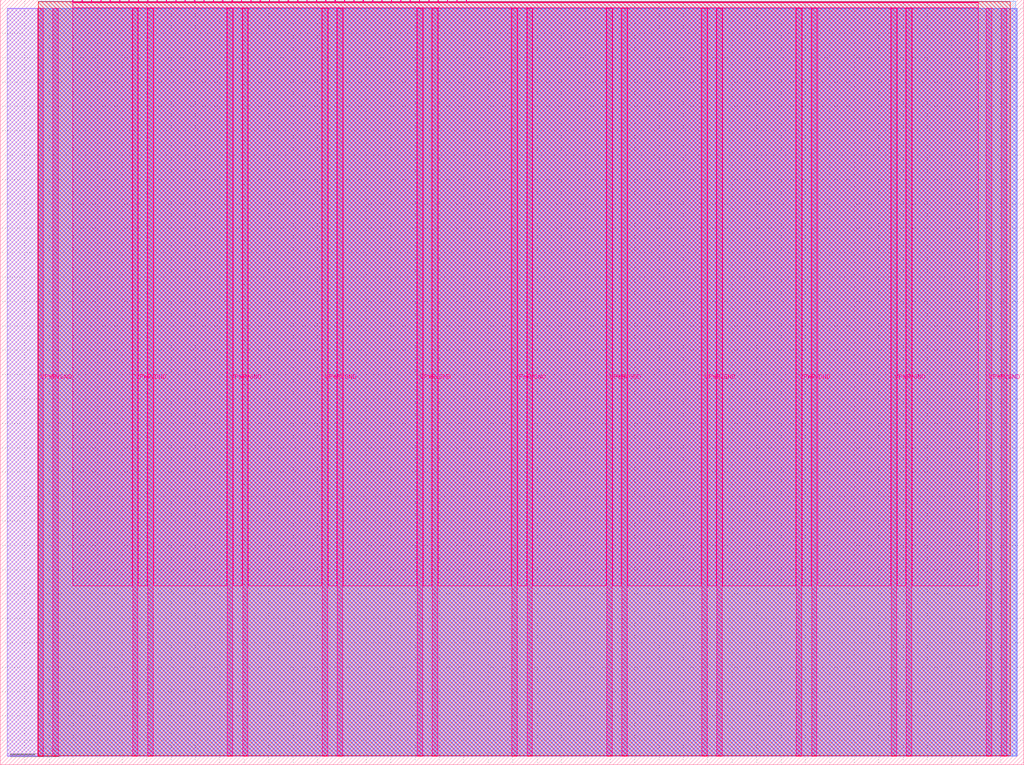
<source format=lef>
VERSION 5.7 ;
  NOWIREEXTENSIONATPIN ON ;
  DIVIDERCHAR "/" ;
  BUSBITCHARS "[]" ;
MACRO tt_um_brukstus_tdc_with_spi
  CLASS BLOCK ;
  FOREIGN tt_um_brukstus_tdc_with_spi ;
  ORIGIN 0.000 0.000 ;
  SIZE 419.520 BY 313.740 ;
  PIN VGND
    DIRECTION INOUT ;
    USE GROUND ;
    PORT
      LAYER Metal5 ;
        RECT 21.580 3.560 23.780 310.180 ;
    END
    PORT
      LAYER Metal5 ;
        RECT 60.450 3.560 62.650 310.180 ;
    END
    PORT
      LAYER Metal5 ;
        RECT 99.320 3.560 101.520 310.180 ;
    END
    PORT
      LAYER Metal5 ;
        RECT 138.190 3.560 140.390 310.180 ;
    END
    PORT
      LAYER Metal5 ;
        RECT 177.060 3.560 179.260 310.180 ;
    END
    PORT
      LAYER Metal5 ;
        RECT 215.930 3.560 218.130 310.180 ;
    END
    PORT
      LAYER Metal5 ;
        RECT 254.800 3.560 257.000 310.180 ;
    END
    PORT
      LAYER Metal5 ;
        RECT 293.670 3.560 295.870 310.180 ;
    END
    PORT
      LAYER Metal5 ;
        RECT 332.540 3.560 334.740 310.180 ;
    END
    PORT
      LAYER Metal5 ;
        RECT 371.410 3.560 373.610 310.180 ;
    END
    PORT
      LAYER Metal5 ;
        RECT 410.280 3.560 412.480 310.180 ;
    END
  END VGND
  PIN VPWR
    DIRECTION INOUT ;
    USE POWER ;
    PORT
      LAYER Metal5 ;
        RECT 15.380 3.560 17.580 310.180 ;
    END
    PORT
      LAYER Metal5 ;
        RECT 54.250 3.560 56.450 310.180 ;
    END
    PORT
      LAYER Metal5 ;
        RECT 93.120 3.560 95.320 310.180 ;
    END
    PORT
      LAYER Metal5 ;
        RECT 131.990 3.560 134.190 310.180 ;
    END
    PORT
      LAYER Metal5 ;
        RECT 170.860 3.560 173.060 310.180 ;
    END
    PORT
      LAYER Metal5 ;
        RECT 209.730 3.560 211.930 310.180 ;
    END
    PORT
      LAYER Metal5 ;
        RECT 248.600 3.560 250.800 310.180 ;
    END
    PORT
      LAYER Metal5 ;
        RECT 287.470 3.560 289.670 310.180 ;
    END
    PORT
      LAYER Metal5 ;
        RECT 326.340 3.560 328.540 310.180 ;
    END
    PORT
      LAYER Metal5 ;
        RECT 365.210 3.560 367.410 310.180 ;
    END
    PORT
      LAYER Metal5 ;
        RECT 404.080 3.560 406.280 310.180 ;
    END
  END VPWR
  PIN clk
    DIRECTION INPUT ;
    USE SIGNAL ;
    ANTENNAGATEAREA 0.213200 ;
    PORT
      LAYER Metal5 ;
        RECT 187.050 312.740 187.350 313.740 ;
    END
  END clk
  PIN ena
    DIRECTION INPUT ;
    USE SIGNAL ;
    ANTENNAGATEAREA 0.629200 ;
    PORT
      LAYER Metal5 ;
        RECT 190.890 312.740 191.190 313.740 ;
    END
  END ena
  PIN rst_n
    DIRECTION INPUT ;
    USE SIGNAL ;
    ANTENNAGATEAREA 0.314600 ;
    PORT
      LAYER Metal5 ;
        RECT 183.210 312.740 183.510 313.740 ;
    END
  END rst_n
  PIN ui_in[0]
    DIRECTION INPUT ;
    USE SIGNAL ;
    ANTENNAGATEAREA 0.180700 ;
    PORT
      LAYER Metal5 ;
        RECT 179.370 312.740 179.670 313.740 ;
    END
  END ui_in[0]
  PIN ui_in[1]
    DIRECTION INPUT ;
    USE SIGNAL ;
    ANTENNAGATEAREA 0.180700 ;
    PORT
      LAYER Metal5 ;
        RECT 175.530 312.740 175.830 313.740 ;
    END
  END ui_in[1]
  PIN ui_in[2]
    DIRECTION INPUT ;
    USE SIGNAL ;
    ANTENNAGATEAREA 0.213200 ;
    PORT
      LAYER Metal5 ;
        RECT 171.690 312.740 171.990 313.740 ;
    END
  END ui_in[2]
  PIN ui_in[3]
    DIRECTION INPUT ;
    USE SIGNAL ;
    ANTENNAGATEAREA 0.213200 ;
    PORT
      LAYER Metal5 ;
        RECT 167.850 312.740 168.150 313.740 ;
    END
  END ui_in[3]
  PIN ui_in[4]
    DIRECTION INPUT ;
    USE SIGNAL ;
    ANTENNAGATEAREA 0.213200 ;
    PORT
      LAYER Metal5 ;
        RECT 164.010 312.740 164.310 313.740 ;
    END
  END ui_in[4]
  PIN ui_in[5]
    DIRECTION INPUT ;
    USE SIGNAL ;
    PORT
      LAYER Metal5 ;
        RECT 160.170 312.740 160.470 313.740 ;
    END
  END ui_in[5]
  PIN ui_in[6]
    DIRECTION INPUT ;
    USE SIGNAL ;
    PORT
      LAYER Metal5 ;
        RECT 156.330 312.740 156.630 313.740 ;
    END
  END ui_in[6]
  PIN ui_in[7]
    DIRECTION INPUT ;
    USE SIGNAL ;
    PORT
      LAYER Metal5 ;
        RECT 152.490 312.740 152.790 313.740 ;
    END
  END ui_in[7]
  PIN uio_in[0]
    DIRECTION INPUT ;
    USE SIGNAL ;
    PORT
      LAYER Metal5 ;
        RECT 148.650 312.740 148.950 313.740 ;
    END
  END uio_in[0]
  PIN uio_in[1]
    DIRECTION INPUT ;
    USE SIGNAL ;
    PORT
      LAYER Metal5 ;
        RECT 144.810 312.740 145.110 313.740 ;
    END
  END uio_in[1]
  PIN uio_in[2]
    DIRECTION INPUT ;
    USE SIGNAL ;
    PORT
      LAYER Metal5 ;
        RECT 140.970 312.740 141.270 313.740 ;
    END
  END uio_in[2]
  PIN uio_in[3]
    DIRECTION INPUT ;
    USE SIGNAL ;
    PORT
      LAYER Metal5 ;
        RECT 137.130 312.740 137.430 313.740 ;
    END
  END uio_in[3]
  PIN uio_in[4]
    DIRECTION INPUT ;
    USE SIGNAL ;
    ANTENNAGATEAREA 0.180700 ;
    PORT
      LAYER Metal5 ;
        RECT 133.290 312.740 133.590 313.740 ;
    END
  END uio_in[4]
  PIN uio_in[5]
    DIRECTION INPUT ;
    USE SIGNAL ;
    ANTENNAGATEAREA 0.180700 ;
    PORT
      LAYER Metal5 ;
        RECT 129.450 312.740 129.750 313.740 ;
    END
  END uio_in[5]
  PIN uio_in[6]
    DIRECTION INPUT ;
    USE SIGNAL ;
    ANTENNAGATEAREA 0.180700 ;
    PORT
      LAYER Metal5 ;
        RECT 125.610 312.740 125.910 313.740 ;
    END
  END uio_in[6]
  PIN uio_in[7]
    DIRECTION INPUT ;
    USE SIGNAL ;
    PORT
      LAYER Metal5 ;
        RECT 121.770 312.740 122.070 313.740 ;
    END
  END uio_in[7]
  PIN uio_oe[0]
    DIRECTION OUTPUT ;
    USE SIGNAL ;
    ANTENNADIFFAREA 0.392700 ;
    PORT
      LAYER Metal5 ;
        RECT 56.490 312.740 56.790 313.740 ;
    END
  END uio_oe[0]
  PIN uio_oe[1]
    DIRECTION OUTPUT ;
    USE SIGNAL ;
    ANTENNADIFFAREA 0.392700 ;
    PORT
      LAYER Metal5 ;
        RECT 52.650 312.740 52.950 313.740 ;
    END
  END uio_oe[1]
  PIN uio_oe[2]
    DIRECTION OUTPUT ;
    USE SIGNAL ;
    ANTENNADIFFAREA 0.392700 ;
    PORT
      LAYER Metal5 ;
        RECT 48.810 312.740 49.110 313.740 ;
    END
  END uio_oe[2]
  PIN uio_oe[3]
    DIRECTION OUTPUT ;
    USE SIGNAL ;
    ANTENNADIFFAREA 0.392700 ;
    PORT
      LAYER Metal5 ;
        RECT 44.970 312.740 45.270 313.740 ;
    END
  END uio_oe[3]
  PIN uio_oe[4]
    DIRECTION OUTPUT ;
    USE SIGNAL ;
    ANTENNADIFFAREA 0.299200 ;
    PORT
      LAYER Metal5 ;
        RECT 41.130 312.740 41.430 313.740 ;
    END
  END uio_oe[4]
  PIN uio_oe[5]
    DIRECTION OUTPUT ;
    USE SIGNAL ;
    ANTENNADIFFAREA 0.299200 ;
    PORT
      LAYER Metal5 ;
        RECT 37.290 312.740 37.590 313.740 ;
    END
  END uio_oe[5]
  PIN uio_oe[6]
    DIRECTION OUTPUT ;
    USE SIGNAL ;
    ANTENNADIFFAREA 0.299200 ;
    PORT
      LAYER Metal5 ;
        RECT 33.450 312.740 33.750 313.740 ;
    END
  END uio_oe[6]
  PIN uio_oe[7]
    DIRECTION OUTPUT ;
    USE SIGNAL ;
    ANTENNADIFFAREA 0.392700 ;
    PORT
      LAYER Metal5 ;
        RECT 29.610 312.740 29.910 313.740 ;
    END
  END uio_oe[7]
  PIN uio_out[0]
    DIRECTION OUTPUT ;
    USE SIGNAL ;
    ANTENNADIFFAREA 0.299200 ;
    PORT
      LAYER Metal5 ;
        RECT 87.210 312.740 87.510 313.740 ;
    END
  END uio_out[0]
  PIN uio_out[1]
    DIRECTION OUTPUT ;
    USE SIGNAL ;
    ANTENNADIFFAREA 0.299200 ;
    PORT
      LAYER Metal5 ;
        RECT 83.370 312.740 83.670 313.740 ;
    END
  END uio_out[1]
  PIN uio_out[2]
    DIRECTION OUTPUT ;
    USE SIGNAL ;
    ANTENNADIFFAREA 0.299200 ;
    PORT
      LAYER Metal5 ;
        RECT 79.530 312.740 79.830 313.740 ;
    END
  END uio_out[2]
  PIN uio_out[3]
    DIRECTION OUTPUT ;
    USE SIGNAL ;
    ANTENNADIFFAREA 0.706800 ;
    PORT
      LAYER Metal5 ;
        RECT 75.690 312.740 75.990 313.740 ;
    END
  END uio_out[3]
  PIN uio_out[4]
    DIRECTION OUTPUT ;
    USE SIGNAL ;
    ANTENNADIFFAREA 0.299200 ;
    PORT
      LAYER Metal5 ;
        RECT 71.850 312.740 72.150 313.740 ;
    END
  END uio_out[4]
  PIN uio_out[5]
    DIRECTION OUTPUT ;
    USE SIGNAL ;
    ANTENNADIFFAREA 0.299200 ;
    PORT
      LAYER Metal5 ;
        RECT 68.010 312.740 68.310 313.740 ;
    END
  END uio_out[5]
  PIN uio_out[6]
    DIRECTION OUTPUT ;
    USE SIGNAL ;
    ANTENNADIFFAREA 0.299200 ;
    PORT
      LAYER Metal5 ;
        RECT 64.170 312.740 64.470 313.740 ;
    END
  END uio_out[6]
  PIN uio_out[7]
    DIRECTION OUTPUT ;
    USE SIGNAL ;
    ANTENNADIFFAREA 0.299200 ;
    PORT
      LAYER Metal5 ;
        RECT 60.330 312.740 60.630 313.740 ;
    END
  END uio_out[7]
  PIN uo_out[0]
    DIRECTION OUTPUT ;
    USE SIGNAL ;
    ANTENNADIFFAREA 0.706800 ;
    PORT
      LAYER Metal5 ;
        RECT 117.930 312.740 118.230 313.740 ;
    END
  END uo_out[0]
  PIN uo_out[1]
    DIRECTION OUTPUT ;
    USE SIGNAL ;
    ANTENNADIFFAREA 0.299200 ;
    PORT
      LAYER Metal5 ;
        RECT 114.090 312.740 114.390 313.740 ;
    END
  END uo_out[1]
  PIN uo_out[2]
    DIRECTION OUTPUT ;
    USE SIGNAL ;
    ANTENNADIFFAREA 0.299200 ;
    PORT
      LAYER Metal5 ;
        RECT 110.250 312.740 110.550 313.740 ;
    END
  END uo_out[2]
  PIN uo_out[3]
    DIRECTION OUTPUT ;
    USE SIGNAL ;
    ANTENNADIFFAREA 0.299200 ;
    PORT
      LAYER Metal5 ;
        RECT 106.410 312.740 106.710 313.740 ;
    END
  END uo_out[3]
  PIN uo_out[4]
    DIRECTION OUTPUT ;
    USE SIGNAL ;
    ANTENNADIFFAREA 0.299200 ;
    PORT
      LAYER Metal5 ;
        RECT 102.570 312.740 102.870 313.740 ;
    END
  END uo_out[4]
  PIN uo_out[5]
    DIRECTION OUTPUT ;
    USE SIGNAL ;
    ANTENNADIFFAREA 0.299200 ;
    PORT
      LAYER Metal5 ;
        RECT 98.730 312.740 99.030 313.740 ;
    END
  END uo_out[5]
  PIN uo_out[6]
    DIRECTION OUTPUT ;
    USE SIGNAL ;
    ANTENNADIFFAREA 0.299200 ;
    PORT
      LAYER Metal5 ;
        RECT 94.890 312.740 95.190 313.740 ;
    END
  END uo_out[6]
  PIN uo_out[7]
    DIRECTION OUTPUT ;
    USE SIGNAL ;
    ANTENNADIFFAREA 0.299200 ;
    PORT
      LAYER Metal5 ;
        RECT 91.050 312.740 91.350 313.740 ;
    END
  END uo_out[7]
  OBS
      LAYER GatPoly ;
        RECT 2.880 3.630 416.640 310.110 ;
      LAYER Metal1 ;
        RECT 2.880 3.560 416.640 310.180 ;
      LAYER Metal2 ;
        RECT 15.515 3.680 416.915 310.060 ;
      LAYER Metal3 ;
        RECT 15.560 3.635 416.260 313.045 ;
      LAYER Metal4 ;
        RECT 15.515 3.680 413.905 313.000 ;
      LAYER Metal5 ;
        RECT 30.120 312.530 33.240 312.740 ;
        RECT 33.960 312.530 37.080 312.740 ;
        RECT 37.800 312.530 40.920 312.740 ;
        RECT 41.640 312.530 44.760 312.740 ;
        RECT 45.480 312.530 48.600 312.740 ;
        RECT 49.320 312.530 52.440 312.740 ;
        RECT 53.160 312.530 56.280 312.740 ;
        RECT 57.000 312.530 60.120 312.740 ;
        RECT 60.840 312.530 63.960 312.740 ;
        RECT 64.680 312.530 67.800 312.740 ;
        RECT 68.520 312.530 71.640 312.740 ;
        RECT 72.360 312.530 75.480 312.740 ;
        RECT 76.200 312.530 79.320 312.740 ;
        RECT 80.040 312.530 83.160 312.740 ;
        RECT 83.880 312.530 87.000 312.740 ;
        RECT 87.720 312.530 90.840 312.740 ;
        RECT 91.560 312.530 94.680 312.740 ;
        RECT 95.400 312.530 98.520 312.740 ;
        RECT 99.240 312.530 102.360 312.740 ;
        RECT 103.080 312.530 106.200 312.740 ;
        RECT 106.920 312.530 110.040 312.740 ;
        RECT 110.760 312.530 113.880 312.740 ;
        RECT 114.600 312.530 117.720 312.740 ;
        RECT 118.440 312.530 121.560 312.740 ;
        RECT 122.280 312.530 125.400 312.740 ;
        RECT 126.120 312.530 129.240 312.740 ;
        RECT 129.960 312.530 133.080 312.740 ;
        RECT 133.800 312.530 136.920 312.740 ;
        RECT 137.640 312.530 140.760 312.740 ;
        RECT 141.480 312.530 144.600 312.740 ;
        RECT 145.320 312.530 148.440 312.740 ;
        RECT 149.160 312.530 152.280 312.740 ;
        RECT 153.000 312.530 156.120 312.740 ;
        RECT 156.840 312.530 159.960 312.740 ;
        RECT 160.680 312.530 163.800 312.740 ;
        RECT 164.520 312.530 167.640 312.740 ;
        RECT 168.360 312.530 171.480 312.740 ;
        RECT 172.200 312.530 175.320 312.740 ;
        RECT 176.040 312.530 179.160 312.740 ;
        RECT 179.880 312.530 183.000 312.740 ;
        RECT 183.720 312.530 186.840 312.740 ;
        RECT 187.560 312.530 190.680 312.740 ;
        RECT 191.400 312.530 400.900 312.740 ;
        RECT 29.660 310.390 400.900 312.530 ;
        RECT 29.660 73.355 54.040 310.390 ;
        RECT 56.660 73.355 60.240 310.390 ;
        RECT 62.860 73.355 92.910 310.390 ;
        RECT 95.530 73.355 99.110 310.390 ;
        RECT 101.730 73.355 131.780 310.390 ;
        RECT 134.400 73.355 137.980 310.390 ;
        RECT 140.600 73.355 170.650 310.390 ;
        RECT 173.270 73.355 176.850 310.390 ;
        RECT 179.470 73.355 209.520 310.390 ;
        RECT 212.140 73.355 215.720 310.390 ;
        RECT 218.340 73.355 248.390 310.390 ;
        RECT 251.010 73.355 254.590 310.390 ;
        RECT 257.210 73.355 287.260 310.390 ;
        RECT 289.880 73.355 293.460 310.390 ;
        RECT 296.080 73.355 326.130 310.390 ;
        RECT 328.750 73.355 332.330 310.390 ;
        RECT 334.950 73.355 365.000 310.390 ;
        RECT 367.620 73.355 371.200 310.390 ;
        RECT 373.820 73.355 400.900 310.390 ;
  END
END tt_um_brukstus_tdc_with_spi
END LIBRARY


</source>
